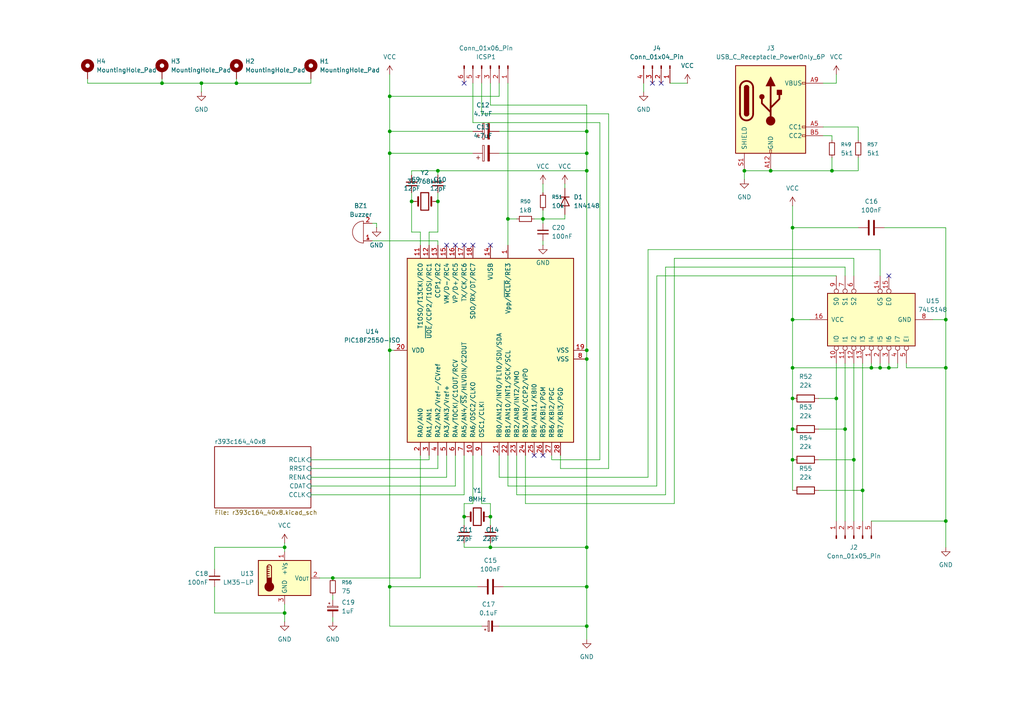
<source format=kicad_sch>
(kicad_sch (version 20250114) (generator "eeschema") (generator_version "9.0")
  (paper "A4")
  (title_block (title "r393c164_32x8") (date "2025-09-25") (rev "R1"))
  (lib_symbols
    (symbol "74xx:74LS148" (pin_names (offset 1.016))
      (property "Reference" "U" (at -7.62 13.97 0))
      (property "Value" "74LS148" (at -7.62 -13.97 0))
      (symbol "74LS148_1_0"
        (pin input inverted (at -12.7 10.16 0) (length 5.08) (name "IO") (number "10"))
        (pin input inverted (at -12.7 7.62 0) (length 5.08) (name "I1") (number "11"))
        (pin input inverted (at -12.7 5.08 0) (length 5.08) (name "I2") (number "12"))
        (pin input inverted (at -12.7 2.54 0) (length 5.08) (name "I3") (number "13"))
        (pin input inverted (at -12.7 0 0) (length 5.08) (name "I4") (number "1"))
        (pin input inverted (at -12.7 -2.54 0) (length 5.08) (name "I5") (number "2"))
        (pin input inverted (at -12.7 -5.08 0) (length 5.08) (name "I6") (number "3"))
        (pin input inverted (at -12.7 -7.62 0) (length 5.08) (name "I7") (number "4"))
        (pin input inverted (at -12.7 -10.16 0) (length 5.08) (name "EI") (number "5"))
        (pin power_in line (at 0 17.78 270) (length 5.08) (name "VCC") (number "16"))
        (pin power_in line (at 0 -17.78 90) (length 5.08) (name "GND") (number "8"))
        (pin output inverted (at 12.7 10.16 180) (length 5.08) (name "S0") (number "9"))
        (pin output inverted (at 12.7 7.62 180) (length 5.08) (name "S1") (number "7"))
        (pin output inverted (at 12.7 5.08 180) (length 5.08) (name "S2") (number "6"))
        (pin output inverted (at 12.7 -2.54 180) (length 5.08) (name "GS") (number "14"))
        (pin output inverted (at 12.7 -5.08 180) (length 5.08) (name "EO") (number "15"))
      )
      (symbol "74LS148_1_1"
        (rectangle (start -7.62 12.7) (end 7.62 -12.7) (stroke (width 0.254)) (fill (type background)))
      )
    )
    (symbol "Connector:Conn_01x04_Pin" (pin_names (offset 1.016) (hide yes))
      (property "Reference" "J" (at 0 5.08 0))
      (property "Value" "Conn_01x04_Pin" (at 0 -7.62 0))
      (symbol "Conn_01x04_Pin_1_1"
        (rectangle (start 0.8636 2.667) (end 0 2.413) (stroke (width 0.1524)) (fill (type outline)))
        (rectangle (start 0.8636 0.127) (end 0 -0.127) (stroke (width 0.1524)) (fill (type outline)))
        (rectangle (start 0.8636 -2.413) (end 0 -2.667) (stroke (width 0.1524)) (fill (type outline)))
        (rectangle (start 0.8636 -4.953) (end 0 -5.207) (stroke (width 0.1524)) (fill (type outline)))
        (polyline (pts (xy 1.27 2.54) (xy 0.8636 2.54)) (stroke (width 0.1524)))
        (polyline (pts (xy 1.27 0) (xy 0.8636 0)) (stroke (width 0.1524)))
        (polyline (pts (xy 1.27 -2.54) (xy 0.8636 -2.54)) (stroke (width 0.1524)))
        (polyline (pts (xy 1.27 -5.08) (xy 0.8636 -5.08)) (stroke (width 0.1524)))
        (pin passive line (at 5.08 2.54 180) (length 3.81) (name "Pin_1") (number "1"))
        (pin passive line (at 5.08 0 180) (length 3.81) (name "Pin_2") (number "2"))
        (pin passive line (at 5.08 -2.54 180) (length 3.81) (name "Pin_3") (number "3"))
        (pin passive line (at 5.08 -5.08 180) (length 3.81) (name "Pin_4") (number "4"))
      )
    )
    (symbol "Connector:Conn_01x05_Pin" (pin_names (offset 1.016) (hide yes))
      (property "Reference" "J" (at 0 7.62 0))
      (property "Value" "Conn_01x05_Pin" (at 0 -7.62 0))
      (symbol "Conn_01x05_Pin_1_1"
        (rectangle (start 0.8636 5.207) (end 0 4.953) (stroke (width 0.1524)) (fill (type outline)))
        (rectangle (start 0.8636 2.667) (end 0 2.413) (stroke (width 0.1524)) (fill (type outline)))
        (rectangle (start 0.8636 0.127) (end 0 -0.127) (stroke (width 0.1524)) (fill (type outline)))
        (rectangle (start 0.8636 -2.413) (end 0 -2.667) (stroke (width 0.1524)) (fill (type outline)))
        (rectangle (start 0.8636 -4.953) (end 0 -5.207) (stroke (width 0.1524)) (fill (type outline)))
        (polyline (pts (xy 1.27 5.08) (xy 0.8636 5.08)) (stroke (width 0.1524)))
        (polyline (pts (xy 1.27 2.54) (xy 0.8636 2.54)) (stroke (width 0.1524)))
        (polyline (pts (xy 1.27 0) (xy 0.8636 0)) (stroke (width 0.1524)))
        (polyline (pts (xy 1.27 -2.54) (xy 0.8636 -2.54)) (stroke (width 0.1524)))
        (polyline (pts (xy 1.27 -5.08) (xy 0.8636 -5.08)) (stroke (width 0.1524)))
        (pin passive line (at 5.08 5.08 180) (length 3.81) (name "Pin_1") (number "1"))
        (pin passive line (at 5.08 2.54 180) (length 3.81) (name "Pin_2") (number "2"))
        (pin passive line (at 5.08 0 180) (length 3.81) (name "Pin_3") (number "3"))
        (pin passive line (at 5.08 -2.54 180) (length 3.81) (name "Pin_4") (number "4"))
        (pin passive line (at 5.08 -5.08 180) (length 3.81) (name "Pin_5") (number "5"))
      )
    )
    (symbol "Connector:Conn_01x06_Pin" (pin_names (offset 1.016) (hide yes))
      (property "Reference" "J" (at 0 7.62 0))
      (property "Value" "Conn_01x06_Pin" (at 0 -10.16 0))
      (symbol "Conn_01x06_Pin_1_1"
        (rectangle (start 0.8636 5.207) (end 0 4.953) (stroke (width 0.1524)) (fill (type outline)))
        (rectangle (start 0.8636 2.667) (end 0 2.413) (stroke (width 0.1524)) (fill (type outline)))
        (rectangle (start 0.8636 0.127) (end 0 -0.127) (stroke (width 0.1524)) (fill (type outline)))
        (rectangle (start 0.8636 -2.413) (end 0 -2.667) (stroke (width 0.1524)) (fill (type outline)))
        (rectangle (start 0.8636 -4.953) (end 0 -5.207) (stroke (width 0.1524)) (fill (type outline)))
        (rectangle (start 0.8636 -7.493) (end 0 -7.747) (stroke (width 0.1524)) (fill (type outline)))
        (polyline (pts (xy 1.27 5.08) (xy 0.8636 5.08)) (stroke (width 0.1524)))
        (polyline (pts (xy 1.27 2.54) (xy 0.8636 2.54)) (stroke (width 0.1524)))
        (polyline (pts (xy 1.27 0) (xy 0.8636 0)) (stroke (width 0.1524)))
        (polyline (pts (xy 1.27 -2.54) (xy 0.8636 -2.54)) (stroke (width 0.1524)))
        (polyline (pts (xy 1.27 -5.08) (xy 0.8636 -5.08)) (stroke (width 0.1524)))
        (polyline (pts (xy 1.27 -7.62) (xy 0.8636 -7.62)) (stroke (width 0.1524)))
        (pin passive line (at 5.08 5.08 180) (length 3.81) (name "Pin_1") (number "1"))
        (pin passive line (at 5.08 2.54 180) (length 3.81) (name "Pin_2") (number "2"))
        (pin passive line (at 5.08 0 180) (length 3.81) (name "Pin_3") (number "3"))
        (pin passive line (at 5.08 -2.54 180) (length 3.81) (name "Pin_4") (number "4"))
        (pin passive line (at 5.08 -5.08 180) (length 3.81) (name "Pin_5") (number "5"))
        (pin passive line (at 5.08 -7.62 180) (length 3.81) (name "Pin_6") (number "6"))
      )
    )
    (symbol "Connector:USB_C_Receptacle_PowerOnly_6P" (pin_names (offset 1.016))
      (property "Reference" "J" (at 0 16.51 0))
      (property "Value" "USB_C_Receptacle_PowerOnly_6P" (at 0 13.97 0))
      (symbol "USB_C_Receptacle_PowerOnly_6P_0_0"
        (rectangle (start -0.254 -12.7) (end 0.254 -11.684))
        (rectangle (start 10.16 7.874) (end 9.144 7.366))
        (rectangle (start 10.16 -4.826) (end 9.144 -5.334))
        (rectangle (start 10.16 -7.366) (end 9.144 -7.874))
      )
      (symbol "USB_C_Receptacle_PowerOnly_6P_0_1"
        (rectangle (start -10.16 12.7) (end 10.16 -12.7) (stroke (width 0.254)) (fill (type background)))
        (polyline (pts (xy -8.89 -1.27) (xy -8.89 6.35)) (stroke (width 0.508)))
        (rectangle (start -7.62 -1.27) (end -6.35 6.35) (stroke (width 0.254)) (fill (type outline)))
        (arc (start -7.62 6.35) (mid -6.985 6.9823) (end -6.35 6.35) (stroke (width 0.254)))
        (arc (start -7.62 6.35) (mid -6.985 6.9823) (end -6.35 6.35) (stroke (width 0.254)) (fill (type outline)))
        (arc (start -8.89 6.35) (mid -6.985 8.2467) (end -5.08 6.35) (stroke (width 0.508)))
        (arc (start -5.08 -1.27) (mid -6.985 -3.1667) (end -8.89 -1.27) (stroke (width 0.508)))
        (arc (start -6.35 -1.27) (mid -6.985 -1.9023) (end -7.62 -1.27) (stroke (width 0.254)))
        (arc (start -6.35 -1.27) (mid -6.985 -1.9023) (end -7.62 -1.27) (stroke (width 0.254)) (fill (type outline)))
        (polyline (pts (xy -5.08 6.35) (xy -5.08 -1.27)) (stroke (width 0.508)))
        (circle (center -2.54 3.683) (radius 0.635) (stroke (width 0.254)) (fill (type outline)))
        (polyline (pts (xy -1.27 6.858) (xy 0 9.398) (xy 1.27 6.858) (xy -1.27 6.858)) (stroke (width 0.254)) (fill (type outline)))
        (polyline (pts (xy 0 0.508) (xy 2.54 3.048) (xy 2.54 4.318)) (stroke (width 0.508)))
        (polyline (pts (xy 0 -0.762) (xy -2.54 1.778) (xy -2.54 3.048)) (stroke (width 0.508)))
        (polyline (pts (xy 0 -3.302) (xy 0 6.858)) (stroke (width 0.508)))
        (circle (center 0 -3.302) (radius 1.27) (fill (type outline)))
        (rectangle (start 1.905 4.318) (end 3.175 5.588) (stroke (width 0.254)) (fill (type outline)))
      )
      (symbol "USB_C_Receptacle_PowerOnly_6P_1_1"
        (pin passive line (at -7.62 -17.78 90) (length 5.08) (name "SHIELD") (number "S1"))
        (pin passive line (at 0 -17.78 90) (length 5.08) (name "GND") (number "A12"))
        (pin passive line (at 0 -17.78 90) (length 5.08) (hide yes) (name "GND") (number "B12"))
        (pin passive line (at 15.24 7.62 180) (length 5.08) (name "VBUS") (number "A9"))
        (pin passive line (at 15.24 7.62 180) (length 5.08) (hide yes) (name "VBUS") (number "B9"))
        (pin bidirectional line (at 15.24 -5.08 180) (length 5.08) (name "CC1") (number "A5"))
        (pin bidirectional line (at 15.24 -7.62 180) (length 5.08) (name "CC2") (number "B5"))
      )
    )
    (symbol "Device:Buzzer" (pin_names (offset 0.0254) (hide yes))
      (property "Reference" "BZ" (at 3.81 1.27 0))
      (property "Value" "Buzzer" (at 3.81 -1.27 0))
      (symbol "Buzzer_0_1"
        (polyline (pts (xy -1.651 1.905) (xy -1.143 1.905)))
        (polyline (pts (xy -1.397 2.159) (xy -1.397 1.651)))
        (arc (start 0 3.175) (mid 3.1612 0) (end 0 -3.175))
        (polyline (pts (xy 0 3.175) (xy 0 -3.175)))
      )
      (symbol "Buzzer_1_1"
        (pin passive line (at -2.54 2.54 0) (length 2.54) (name "+") (number "1"))
        (pin passive line (at -2.54 -2.54 0) (length 2.54) (name "-") (number "2"))
      )
    )
    (symbol "Device:C" (pin_numbers (hide yes)) (pin_names (offset 0.254))
      (property "Reference" "C" (at 0.635 2.54 0))
      (property "Value" "C" (at 0.635 -2.54 0))
      (symbol "C_0_1"
        (polyline (pts (xy -2.032 0.762) (xy 2.032 0.762)) (stroke (width 0.508)))
        (polyline (pts (xy -2.032 -0.762) (xy 2.032 -0.762)) (stroke (width 0.508)))
      )
      (symbol "C_1_1"
        (pin passive line (at 0 3.81 270) (length 2.794) (name "~") (number "1"))
        (pin passive line (at 0 -3.81 90) (length 2.794) (name "~") (number "2"))
      )
    )
    (symbol "Device:C_Polarized" (pin_numbers (hide yes)) (pin_names (offset 0.254))
      (property "Reference" "C" (at 0.635 2.54 0))
      (property "Value" "C_Polarized" (at 0.635 -2.54 0))
      (symbol "C_Polarized_0_1"
        (rectangle (start -2.286 0.508) (end 2.286 1.016))
        (polyline (pts (xy -1.778 2.286) (xy -0.762 2.286)))
        (polyline (pts (xy -1.27 2.794) (xy -1.27 1.778)))
        (rectangle (start 2.286 -0.508) (end -2.286 -1.016) (fill (type outline)))
      )
      (symbol "C_Polarized_1_1"
        (pin passive line (at 0 3.81 270) (length 2.794) (name "~") (number "1"))
        (pin passive line (at 0 -3.81 90) (length 2.794) (name "~") (number "2"))
      )
    )
    (symbol "Device:C_Polarized_Small" (pin_numbers (hide yes)) (pin_names (offset 0.254) (hide yes))
      (property "Reference" "C" (at 0.254 1.778 0))
      (property "Value" "C_Polarized_Small" (at 0.254 -2.032 0))
      (symbol "C_Polarized_Small_0_1"
        (rectangle (start -1.524 0.6858) (end 1.524 0.3048))
        (rectangle (start -1.524 -0.3048) (end 1.524 -0.6858) (fill (type outline)))
        (polyline (pts (xy -1.27 1.524) (xy -0.762 1.524)))
        (polyline (pts (xy -1.016 1.27) (xy -1.016 1.778)))
      )
      (symbol "C_Polarized_Small_1_1"
        (pin passive line (at 0 2.54 270) (length 1.8542) (name "~") (number "1"))
        (pin passive line (at 0 -2.54 90) (length 1.8542) (name "~") (number "2"))
      )
    )
    (symbol "Device:C_Small" (pin_numbers (hide yes)) (pin_names (offset 0.254) (hide yes))
      (property "Reference" "C" (at 0.254 1.778 0))
      (property "Value" "C_Small" (at 0.254 -2.032 0))
      (symbol "C_Small_0_1"
        (polyline (pts (xy -1.524 0.508) (xy 1.524 0.508)) (stroke (width 0.3048)))
        (polyline (pts (xy -1.524 -0.508) (xy 1.524 -0.508)) (stroke (width 0.3302)))
      )
      (symbol "C_Small_1_1"
        (pin passive line (at 0 2.54 270) (length 2.032) (name "~") (number "1"))
        (pin passive line (at 0 -2.54 90) (length 2.032) (name "~") (number "2"))
      )
    )
    (symbol "Device:Crystal" (pin_numbers (hide yes)) (pin_names (offset 1.016) (hide yes))
      (property "Reference" "Y" (at 0 3.81 0))
      (property "Value" "Crystal" (at 0 -3.81 0))
      (symbol "Crystal_0_1"
        (polyline (pts (xy -2.54 0) (xy -1.905 0)))
        (polyline (pts (xy -1.905 -1.27) (xy -1.905 1.27)) (stroke (width 0.508)))
        (rectangle (start -1.143 2.54) (end 1.143 -2.54) (stroke (width 0.3048)))
        (polyline (pts (xy 1.905 -1.27) (xy 1.905 1.27)) (stroke (width 0.508)))
        (polyline (pts (xy 2.54 0) (xy 1.905 0)))
      )
      (symbol "Crystal_1_1"
        (pin passive line (at -3.81 0 0) (length 1.27) (name "1") (number "1"))
        (pin passive line (at 3.81 0 180) (length 1.27) (name "2") (number "2"))
      )
    )
    (symbol "Device:R" (pin_numbers (hide yes)) (pin_names (offset 0))
      (property "Reference" "R" (at 2.032 0 90))
      (property "Value" "R" (at 0 0 90))
      (symbol "R_0_1"
        (rectangle (start -1.016 -2.54) (end 1.016 2.54) (stroke (width 0.254)))
      )
      (symbol "R_1_1"
        (pin passive line (at 0 3.81 270) (length 1.27) (name "~") (number "1"))
        (pin passive line (at 0 -3.81 90) (length 1.27) (name "~") (number "2"))
      )
    )
    (symbol "Device:R_Small" (pin_numbers (hide yes)) (pin_names (offset 0.254) (hide yes))
      (property "Reference" "R" (at 0 0 90))
      (property "Value" "R_Small" (at 1.778 0 90))
      (symbol "R_Small_0_1"
        (rectangle (start -0.762 1.778) (end 0.762 -1.778) (stroke (width 0.2032)))
      )
      (symbol "R_Small_1_1"
        (pin passive line (at 0 2.54 270) (length 0.762) (name "~") (number "1"))
        (pin passive line (at 0 -2.54 90) (length 0.762) (name "~") (number "2"))
      )
    )
    (symbol "Diode:1N4148" (pin_numbers (hide yes)) (pin_names (hide yes))
      (property "Reference" "D" (at 0 2.54 0))
      (property "Value" "1N4148" (at 0 -2.54 0))
      (symbol "1N4148_0_1"
        (polyline (pts (xy -1.27 1.27) (xy -1.27 -1.27)) (stroke (width 0.254)))
        (polyline (pts (xy 1.27 1.27) (xy 1.27 -1.27) (xy -1.27 0) (xy 1.27 1.27)) (stroke (width 0.254)))
        (polyline (pts (xy 1.27 0) (xy -1.27 0)))
      )
      (symbol "1N4148_1_1"
        (pin passive line (at -3.81 0 0) (length 2.54) (name "K") (number "1"))
        (pin passive line (at 3.81 0 180) (length 2.54) (name "A") (number "2"))
      )
    )
    (symbol "MCU_Microchip_PIC18:PIC18F2550-ISO" (pin_names (offset 1.27))
      (property "Reference" "U" (at -25.4 25.4 0))
      (property "Value" "PIC18F2550-ISO" (at 16.51 -25.4 0))
      (symbol "PIC18F2550-ISO_0_1"
        (rectangle (start -26.67 24.13) (end 26.67 -24.13) (stroke (width 0.254)) (fill (type background)))
      )
      (symbol "PIC18F2550-ISO_1_1"
        (pin bidirectional line (at -30.48 20.32 0) (length 3.81) (name "RA0/AN0") (number "2"))
        (pin bidirectional line (at -30.48 17.78 0) (length 3.81) (name "RA1/AN1") (number "3"))
        (pin bidirectional line (at -30.48 15.24 0) (length 3.81) (name "RA2/AN2/Vref-/CVref") (number "4"))
        (pin bidirectional line (at -30.48 12.7 0) (length 3.81) (name "RA3/AN3/Vref+") (number "5"))
        (pin bidirectional line (at -30.48 10.16 0) (length 3.81) (name "RA4/T0CKI/C1OUT/RCV") (number "6"))
        (pin bidirectional line (at -30.48 7.62 0) (length 3.81) (name "RA5/AN4/~{SS}/HLVDIN/C2OUT") (number "7"))
        (pin output line (at -30.48 5.08 0) (length 3.81) (name "RA6/OSC2/CLKO") (number "10"))
        (pin input line (at -30.48 2.54 0) (length 3.81) (name "OSC1/CLKI") (number "9"))
        (pin bidirectional line (at -30.48 -2.54 0) (length 3.81) (name "RB0/AN12/INT0/FLT0/SDI/SDA") (number "21"))
        (pin bidirectional line (at -30.48 -5.08 0) (length 3.81) (name "RB1/AN10/INT1/SCK/SCL") (number "22"))
        (pin bidirectional line (at -30.48 -7.62 0) (length 3.81) (name "RB2/AN8/INT2/VMO") (number "23"))
        (pin bidirectional line (at -30.48 -10.16 0) (length 3.81) (name "RB3/AN9/CCP2/VPO") (number "24"))
        (pin bidirectional line (at -30.48 -12.7 0) (length 3.81) (name "RB4/AN11/KBI0") (number "25"))
        (pin bidirectional line (at -30.48 -15.24 0) (length 3.81) (name "RB5/KBI1/PGM") (number "26"))
        (pin bidirectional line (at -30.48 -17.78 0) (length 3.81) (name "RB6/KBI2/PGC") (number "27"))
        (pin bidirectional line (at -30.48 -20.32 0) (length 3.81) (name "RB7/KBI3/PGD") (number "28"))
        (pin power_in line (at -2.54 -27.94 90) (length 3.81) (name "VSS") (number "8"))
        (pin power_in line (at 0 27.94 270) (length 3.81) (name "VDD") (number "20"))
        (pin power_in line (at 0 -27.94 90) (length 3.81) (name "VSS") (number "19"))
        (pin bidirectional line (at 30.48 20.32 180) (length 3.81) (name "T1OSO/T13CKI/RC0") (number "11"))
        (pin bidirectional line (at 30.48 17.78 180) (length 3.81) (name "~{UOE}/CCP2/T1OSI/RC1") (number "12"))
        (pin bidirectional line (at 30.48 15.24 180) (length 3.81) (name "CCP1/RC2") (number "13"))
        (pin bidirectional line (at 30.48 12.7 180) (length 3.81) (name "VM/D-/RC4") (number "15"))
        (pin bidirectional line (at 30.48 10.16 180) (length 3.81) (name "VP/D+/RC5") (number "16"))
        (pin bidirectional line (at 30.48 7.62 180) (length 3.81) (name "TX/CK/RC6") (number "17"))
        (pin bidirectional line (at 30.48 5.08 180) (length 3.81) (name "SDO/RX/DT/RC7") (number "18"))
        (pin bidirectional line (at 30.48 0 180) (length 3.81) (name "VUSB") (number "14"))
        (pin input line (at 30.48 -5.08 180) (length 3.81) (name "Vpp/~{MCLR}/RE3") (number "1"))
      )
    )
    (symbol "Mechanical:MountingHole_Pad" (pin_numbers (hide yes)) (pin_names (offset 1.016) (hide yes)) (in_bom no)
      (property "Reference" "H" (at 0 6.35 0))
      (property "Value" "MountingHole_Pad" (at 0 4.445 0))
      (symbol "MountingHole_Pad_0_1"
        (circle (center 0 1.27) (radius 1.27) (stroke (width 1.27)))
      )
      (symbol "MountingHole_Pad_1_1"
        (pin input line (at 0 -2.54 90) (length 2.54) (name "1") (number "1"))
      )
    )
    (symbol "Sensor_Temperature:LM35-LP"
      (property "Reference" "U" (at -6.35 6.35 0))
      (property "Value" "LM35-LP" (at 1.27 6.35 0))
      (symbol "LM35-LP_0_1"
        (rectangle (start -7.62 5.08) (end 7.62 -5.08) (stroke (width 0.254)) (fill (type background)))
        (polyline (pts (xy -5.08 3.175) (xy -5.08 0)) (stroke (width 0.254)))
        (polyline (pts (xy -5.08 3.175) (xy -4.445 3.175)) (stroke (width 0.254)))
        (polyline (pts (xy -5.08 2.54) (xy -4.445 2.54)) (stroke (width 0.254)))
        (polyline (pts (xy -5.08 1.905) (xy -4.445 1.905)) (stroke (width 0.254)))
        (polyline (pts (xy -5.08 1.27) (xy -4.445 1.27)) (stroke (width 0.254)))
        (polyline (pts (xy -5.08 0.635) (xy -4.445 0.635)) (stroke (width 0.254)))
        (arc (start -5.08 3.175) (mid -4.445 3.8073) (end -3.81 3.175) (stroke (width 0.254)))
        (circle (center -4.445 -2.54) (radius 1.27) (stroke (width 0.254)) (fill (type outline)))
        (polyline (pts (xy -3.81 3.175) (xy -3.81 0)) (stroke (width 0.254)))
        (rectangle (start -3.81 -1.905) (end -5.08 0) (stroke (width 0.254)) (fill (type outline)))
      )
      (symbol "LM35-LP_1_1"
        (pin power_in line (at 0 7.62 270) (length 2.54) (name "+V_{S}") (number "1"))
        (pin power_in line (at 0 -7.62 90) (length 2.54) (name "GND") (number "3"))
        (pin output line (at 10.16 0 180) (length 2.54) (name "V_{OUT}") (number "2"))
      )
    )
    (symbol "power:GND" (power) (pin_numbers (hide yes)) (pin_names (offset 0) (hide yes))
      (property "Value" "GND" (at 0 -3.81 0))
      (symbol "GND_0_1"
        (polyline (pts (xy 0 0) (xy 0 -1.27) (xy 1.27 -1.27) (xy 0 -2.54) (xy -1.27 -1.27) (xy 0 -1.27)))
      )
      (symbol "GND_1_1"
        (pin power_in line (at 0 0 270) (length 0) (name "~") (number "1"))
      )
    )
    (symbol "power:VCC" (power) (pin_numbers (hide yes)) (pin_names (offset 0) (hide yes))
      (property "Value" "VCC" (at 0 3.556 0))
      (symbol "VCC_0_1"
        (polyline (pts (xy -0.762 1.27) (xy 0 2.54)))
        (polyline (pts (xy 0 2.54) (xy 0.762 1.27)))
        (polyline (pts (xy 0 0) (xy 0 2.54)))
      )
      (symbol "VCC_1_1"
        (pin power_in line (at 0 0 90) (length 0) (name "~") (number "1"))
      )
    )
  )
  (junction (at 127 58.42))
  (junction (at 147.32 63.5))
  (junction (at 170.18 104.14))
  (junction (at 68.58 24.13))
  (junction (at 257.81 106.68))
  (junction (at 142.24 158.75))
  (junction (at 127 49.53))
  (junction (at 252.73 106.68))
  (junction (at 250.19 142.24))
  (junction (at 170.18 170.18))
  (junction (at 113.03 44.45))
  (junction (at 142.24 149.86))
  (junction (at 170.18 44.45))
  (junction (at 157.48 63.5))
  (junction (at 170.18 181.61))
  (junction (at 170.18 101.6))
  (junction (at 229.87 92.71))
  (junction (at 82.55 158.75))
  (junction (at 229.87 133.35))
  (junction (at 223.52 49.53))
  (junction (at 170.18 38.1))
  (junction (at 170.18 158.75))
  (junction (at 82.55 177.8))
  (junction (at 274.32 106.68))
  (junction (at 229.87 124.46))
  (junction (at 134.62 149.86))
  (junction (at 170.18 49.53))
  (junction (at 113.03 170.18))
  (junction (at 215.9 49.53))
  (junction (at 245.11 124.46))
  (junction (at 113.03 38.1))
  (junction (at 247.65 133.35))
  (junction (at 274.32 92.71))
  (junction (at 58.42 24.13))
  (junction (at 113.03 27.94))
  (junction (at 229.87 115.57))
  (junction (at 113.03 101.6))
  (junction (at 242.57 115.57))
  (junction (at 229.87 66.04))
  (junction (at 229.87 106.68))
  (junction (at 241.3 49.53))
  (junction (at 119.38 58.42))
  (junction (at 46.99 24.13))
  (junction (at 255.27 106.68))
  (junction (at 96.52 167.64))
  (junction (at 274.32 151.13))
  (no_connect (at 137.16 71.12))
  (no_connect (at 189.23 24.13))
  (no_connect (at 154.94 132.08))
  (no_connect (at 129.54 71.12))
  (no_connect (at 132.08 71.12))
  (no_connect (at 134.62 24.13))
  (no_connect (at 134.62 71.12))
  (no_connect (at 191.77 24.13))
  (no_connect (at 142.24 71.12))
  (no_connect (at 157.48 132.08))
  (no_connect (at 257.81 80.01))
  (wire (pts (xy 157.48 69.85) (xy 157.48 71.12)))
  (wire (pts (xy 194.31 24.13) (xy 199.39 24.13)))
  (wire (pts (xy 132.08 140.97) (xy 90.17 140.97)))
  (wire (pts (xy 274.32 151.13) (xy 274.32 158.75)))
  (wire (pts (xy 262.89 106.68) (xy 274.32 106.68)))
  (wire (pts (xy 96.52 179.07) (xy 96.52 180.34)))
  (wire (pts (xy 121.92 67.31) (xy 119.38 67.31)))
  (wire (pts (xy 170.18 38.1) (xy 170.18 44.45)))
  (wire (pts (xy 132.08 132.08) (xy 132.08 140.97)))
  (wire (pts (xy 262.89 105.41) (xy 262.89 106.68)))
  (wire (pts (xy 149.86 132.08) (xy 149.86 143.51)))
  (wire (pts (xy 134.62 132.08) (xy 134.62 143.51)))
  (wire (pts (xy 142.24 24.13) (xy 142.24 30.48)))
  (wire (pts (xy 229.87 133.35) (xy 229.87 142.24)))
  (wire (pts (xy 157.48 53.34) (xy 157.48 55.88)))
  (wire (pts (xy 90.17 24.13) (xy 90.17 22.86)))
  (wire (pts (xy 242.57 115.57) (xy 242.57 151.13)))
  (wire (pts (xy 113.03 38.1) (xy 113.03 44.45)))
  (wire (pts (xy 144.78 181.61) (xy 170.18 181.61)))
  (wire (pts (xy 134.62 158.75) (xy 134.62 157.48)))
  (wire (pts (xy 190.5 140.97) (xy 147.32 140.97)))
  (wire (pts (xy 82.55 158.75) (xy 82.55 160.02)))
  (wire (pts (xy 229.87 66.04) (xy 248.92 66.04)))
  (wire (pts (xy 139.7 33.02) (xy 139.7 24.13)))
  (wire (pts (xy 139.7 146.05) (xy 142.24 146.05)))
  (wire (pts (xy 121.92 71.12) (xy 121.92 67.31)))
  (wire (pts (xy 144.78 44.45) (xy 170.18 44.45)))
  (wire (pts (xy 252.73 151.13) (xy 274.32 151.13)))
  (wire (pts (xy 92.71 167.64) (xy 96.52 167.64)))
  (wire (pts (xy 241.3 39.37) (xy 241.3 40.64)))
  (wire (pts (xy 137.16 35.56) (xy 137.16 24.13)))
  (wire (pts (xy 157.48 63.5) (xy 157.48 64.77)))
  (wire (pts (xy 274.32 106.68) (xy 274.32 151.13)))
  (wire (pts (xy 229.87 66.04) (xy 229.87 92.71)))
  (wire (pts (xy 124.46 67.31) (xy 124.46 71.12)))
  (wire (pts (xy 242.57 24.13) (xy 238.76 24.13)))
  (wire (pts (xy 173.99 133.35) (xy 173.99 35.56)))
  (wire (pts (xy 68.58 24.13) (xy 90.17 24.13)))
  (wire (pts (xy 162.56 132.08) (xy 162.56 135.89)))
  (wire (pts (xy 163.83 53.34) (xy 163.83 54.61)))
  (wire (pts (xy 270.51 92.71) (xy 274.32 92.71)))
  (wire (pts (xy 142.24 158.75) (xy 142.24 157.48)))
  (wire (pts (xy 195.58 146.05) (xy 152.4 146.05)))
  (wire (pts (xy 46.99 24.13) (xy 58.42 24.13)))
  (wire (pts (xy 147.32 140.97) (xy 147.32 132.08)))
  (wire (pts (xy 127 58.42) (xy 127 67.31)))
  (wire (pts (xy 68.58 22.86) (xy 68.58 24.13)))
  (wire (pts (xy 127 69.85) (xy 107.95 69.85)))
  (wire (pts (xy 252.73 106.68) (xy 229.87 106.68)))
  (wire (pts (xy 138.43 170.18) (xy 113.03 170.18)))
  (wire (pts (xy 149.86 143.51) (xy 193.04 143.51)))
  (wire (pts (xy 58.42 24.13) (xy 58.42 26.67)))
  (wire (pts (xy 238.76 39.37) (xy 241.3 39.37)))
  (wire (pts (xy 247.65 133.35) (xy 247.65 151.13)))
  (wire (pts (xy 157.48 63.5) (xy 157.48 60.96)))
  (wire (pts (xy 242.57 80.01) (xy 190.5 80.01)))
  (wire (pts (xy 124.46 133.35) (xy 90.17 133.35)))
  (wire (pts (xy 242.57 21.59) (xy 242.57 24.13)))
  (wire (pts (xy 250.19 105.41) (xy 250.19 142.24)))
  (wire (pts (xy 129.54 132.08) (xy 129.54 138.43)))
  (wire (pts (xy 170.18 44.45) (xy 170.18 49.53)))
  (wire (pts (xy 142.24 158.75) (xy 170.18 158.75)))
  (wire (pts (xy 255.27 106.68) (xy 252.73 106.68)))
  (wire (pts (xy 96.52 172.72) (xy 96.52 173.99)))
  (wire (pts (xy 229.87 115.57) (xy 229.87 124.46)))
  (wire (pts (xy 176.53 33.02) (xy 139.7 33.02)))
  (wire (pts (xy 193.04 77.47) (xy 245.11 77.47)))
  (wire (pts (xy 238.76 36.83) (xy 248.92 36.83)))
  (wire (pts (xy 245.11 105.41) (xy 245.11 124.46)))
  (wire (pts (xy 170.18 104.14) (xy 170.18 158.75)))
  (wire (pts (xy 257.81 106.68) (xy 255.27 106.68)))
  (wire (pts (xy 119.38 50.8) (xy 119.38 49.53)))
  (wire (pts (xy 245.11 77.47) (xy 245.11 80.01)))
  (wire (pts (xy 176.53 135.89) (xy 176.53 33.02)))
  (wire (pts (xy 260.35 106.68) (xy 257.81 106.68)))
  (wire (pts (xy 127 67.31) (xy 124.46 67.31)))
  (wire (pts (xy 245.11 124.46) (xy 245.11 151.13)))
  (wire (pts (xy 160.02 133.35) (xy 173.99 133.35)))
  (wire (pts (xy 274.32 66.04) (xy 256.54 66.04)))
  (wire (pts (xy 142.24 149.86) (xy 142.24 152.4)))
  (wire (pts (xy 250.19 142.24) (xy 250.19 151.13)))
  (wire (pts (xy 170.18 158.75) (xy 170.18 170.18)))
  (wire (pts (xy 163.83 62.23) (xy 163.83 63.5)))
  (wire (pts (xy 248.92 36.83) (xy 248.92 40.64)))
  (wire (pts (xy 113.03 21.59) (xy 113.03 27.94)))
  (wire (pts (xy 229.87 124.46) (xy 229.87 133.35)))
  (wire (pts (xy 82.55 157.48) (xy 82.55 158.75)))
  (wire (pts (xy 147.32 63.5) (xy 147.32 71.12)))
  (wire (pts (xy 142.24 146.05) (xy 142.24 149.86)))
  (wire (pts (xy 134.62 146.05) (xy 137.16 146.05)))
  (wire (pts (xy 46.99 22.86) (xy 46.99 24.13)))
  (wire (pts (xy 193.04 143.51) (xy 193.04 77.47)))
  (wire (pts (xy 190.5 80.01) (xy 190.5 140.97)))
  (wire (pts (xy 62.23 170.18) (xy 62.23 177.8)))
  (wire (pts (xy 187.96 138.43) (xy 187.96 72.39)))
  (wire (pts (xy 229.87 92.71) (xy 229.87 106.68)))
  (wire (pts (xy 62.23 165.1) (xy 62.23 158.75)))
  (wire (pts (xy 127 71.12) (xy 127 69.85)))
  (wire (pts (xy 58.42 24.13) (xy 68.58 24.13)))
  (wire (pts (xy 82.55 175.26) (xy 82.55 177.8)))
  (wire (pts (xy 119.38 67.31) (xy 119.38 58.42)))
  (wire (pts (xy 237.49 124.46) (xy 245.11 124.46)))
  (wire (pts (xy 127 135.89) (xy 90.17 135.89)))
  (wire (pts (xy 144.78 27.94) (xy 113.03 27.94)))
  (wire (pts (xy 163.83 63.5) (xy 157.48 63.5)))
  (wire (pts (xy 241.3 45.72) (xy 241.3 49.53)))
  (wire (pts (xy 127 49.53) (xy 127 50.8)))
  (wire (pts (xy 25.4 24.13) (xy 46.99 24.13)))
  (wire (pts (xy 248.92 49.53) (xy 241.3 49.53)))
  (wire (pts (xy 274.32 92.71) (xy 274.32 66.04)))
  (wire (pts (xy 142.24 30.48) (xy 170.18 30.48)))
  (wire (pts (xy 109.22 64.77) (xy 109.22 66.04)))
  (wire (pts (xy 82.55 177.8) (xy 82.55 180.34)))
  (wire (pts (xy 229.87 106.68) (xy 229.87 115.57)))
  (wire (pts (xy 241.3 49.53) (xy 223.52 49.53)))
  (wire (pts (xy 139.7 181.61) (xy 113.03 181.61)))
  (wire (pts (xy 144.78 24.13) (xy 144.78 27.94)))
  (wire (pts (xy 119.38 49.53) (xy 127 49.53)))
  (wire (pts (xy 134.62 143.51) (xy 90.17 143.51)))
  (wire (pts (xy 229.87 92.71) (xy 234.95 92.71)))
  (wire (pts (xy 215.9 49.53) (xy 215.9 52.07)))
  (wire (pts (xy 255.27 72.39) (xy 255.27 80.01)))
  (wire (pts (xy 113.03 27.94) (xy 113.03 38.1)))
  (wire (pts (xy 170.18 101.6) (xy 170.18 104.14)))
  (wire (pts (xy 62.23 158.75) (xy 82.55 158.75)))
  (wire (pts (xy 113.03 44.45) (xy 113.03 101.6)))
  (wire (pts (xy 247.65 80.01) (xy 247.65 74.93)))
  (wire (pts (xy 139.7 132.08) (xy 139.7 146.05)))
  (wire (pts (xy 129.54 138.43) (xy 90.17 138.43)))
  (wire (pts (xy 147.32 63.5) (xy 149.86 63.5)))
  (wire (pts (xy 186.69 24.13) (xy 186.69 26.67)))
  (wire (pts (xy 127 132.08) (xy 127 135.89)))
  (wire (pts (xy 170.18 170.18) (xy 170.18 181.61)))
  (wire (pts (xy 113.03 101.6) (xy 113.03 170.18)))
  (wire (pts (xy 119.38 55.88) (xy 119.38 58.42)))
  (wire (pts (xy 113.03 44.45) (xy 137.16 44.45)))
  (wire (pts (xy 134.62 158.75) (xy 142.24 158.75)))
  (wire (pts (xy 144.78 38.1) (xy 170.18 38.1)))
  (wire (pts (xy 147.32 24.13) (xy 147.32 63.5)))
  (wire (pts (xy 154.94 63.5) (xy 157.48 63.5)))
  (wire (pts (xy 170.18 30.48) (xy 170.18 38.1)))
  (wire (pts (xy 195.58 74.93) (xy 195.58 146.05)))
  (wire (pts (xy 170.18 49.53) (xy 170.18 101.6)))
  (wire (pts (xy 121.92 167.64) (xy 96.52 167.64)))
  (wire (pts (xy 127 49.53) (xy 170.18 49.53)))
  (wire (pts (xy 237.49 115.57) (xy 242.57 115.57)))
  (wire (pts (xy 248.92 45.72) (xy 248.92 49.53)))
  (wire (pts (xy 144.78 138.43) (xy 187.96 138.43)))
  (wire (pts (xy 137.16 132.08) (xy 137.16 146.05)))
  (wire (pts (xy 255.27 105.41) (xy 255.27 106.68)))
  (wire (pts (xy 215.9 49.53) (xy 223.52 49.53)))
  (wire (pts (xy 134.62 149.86) (xy 134.62 152.4)))
  (wire (pts (xy 237.49 142.24) (xy 250.19 142.24)))
  (wire (pts (xy 170.18 181.61) (xy 170.18 185.42)))
  (wire (pts (xy 160.02 132.08) (xy 160.02 133.35)))
  (wire (pts (xy 260.35 105.41) (xy 260.35 106.68)))
  (wire (pts (xy 124.46 132.08) (xy 124.46 133.35)))
  (wire (pts (xy 237.49 133.35) (xy 247.65 133.35)))
  (wire (pts (xy 152.4 146.05) (xy 152.4 132.08)))
  (wire (pts (xy 247.65 105.41) (xy 247.65 133.35)))
  (wire (pts (xy 173.99 35.56) (xy 137.16 35.56)))
  (wire (pts (xy 113.03 170.18) (xy 113.03 181.61)))
  (wire (pts (xy 187.96 72.39) (xy 255.27 72.39)))
  (wire (pts (xy 162.56 135.89) (xy 176.53 135.89)))
  (wire (pts (xy 257.81 105.41) (xy 257.81 106.68)))
  (wire (pts (xy 146.05 170.18) (xy 170.18 170.18)))
  (wire (pts (xy 242.57 105.41) (xy 242.57 115.57)))
  (wire (pts (xy 121.92 132.08) (xy 121.92 167.64)))
  (wire (pts (xy 25.4 24.13) (xy 25.4 22.86)))
  (wire (pts (xy 113.03 38.1) (xy 137.16 38.1)))
  (wire (pts (xy 107.95 64.77) (xy 109.22 64.77)))
  (wire (pts (xy 114.3 101.6) (xy 113.03 101.6)))
  (wire (pts (xy 247.65 74.93) (xy 195.58 74.93)))
  (wire (pts (xy 62.23 177.8) (xy 82.55 177.8)))
  (wire (pts (xy 127 55.88) (xy 127 58.42)))
  (wire (pts (xy 274.32 92.71) (xy 274.32 106.68)))
  (wire (pts (xy 229.87 59.69) (xy 229.87 66.04)))
  (wire (pts (xy 252.73 105.41) (xy 252.73 106.68)))
  (wire (pts (xy 144.78 132.08) (xy 144.78 138.43)))
  (wire (pts (xy 134.62 149.86) (xy 134.62 146.05)))
  (symbol (lib_id "Device:C_Polarized_Small") (at 142.24 181.61 90) (unit 1)
    (property "Reference" "C17" (at 141.6939 175.26 90))
    (property "Value" "0.1uF" (at 141.6939 177.8 90))
    (property "Footprint" "Capacitor_THT:CP_Radial_D4.0mm_P2.00mm" (effects (hide yes)))
    (property "Description" "Polarized capacitor, small symbol" (effects (hide yes)))
  )
  (symbol (lib_id "Device:R_Small") (at 157.48 58.42 180) (unit 1)
    (property "Reference" "R51" (at 160.02 57.1499 0) (effects (font (size 1.016 1.016)) (justify right)))
    (property "Value" "10k" (at 160.02 59.6899 0) (effects (justify right)))
    (property "Footprint" "Resistor_SMD:R_0805_2012Metric_Pad1.20x1.40mm_HandSolder" (effects (hide yes)))
    (property "Description" "Resistor, small symbol" (effects (hide yes)))
  )
  (symbol (lib_id "Mechanical:MountingHole_Pad") (at 25.4 20.32 0) (unit 1) (in_bom no)
    (property "Reference" "H4" (at 27.94 17.7799 0) (effects (justify left)))
    (property "Value" "MountingHole_Pad" (at 27.94 20.3199 0) (effects (justify left)))
    (property "Footprint" "MountingHole:MountingHole_3.2mm_M3_Pad_Via" (effects (hide yes)))
    (property "Description" "Mounting Hole with connection" (effects (hide yes)))
  )
  (symbol (lib_id "power:GND") (at 186.69 26.67 0) (unit 1)
    (property "Reference" "#PWR032" (effects (hide yes)))
    (property "Value" "GND" (at 186.69 31.75 0))
    (property "Description" "Power symbol creates a global label with name \"GND\" , ground" (effects (hide yes)))
  )
  (symbol (lib_id "power:VCC") (at 157.48 53.34 0) (unit 1)
    (property "Reference" "#PWR028" (effects (hide yes)))
    (property "Value" "VCC" (at 157.48 48.26 0))
    (property "Description" "Power symbol creates a global label with name \"VCC\"" (effects (hide yes)))
  )
  (symbol (lib_id "Connector:Conn_01x06_Pin") (at 142.24 19.05 270) (unit 1)
    (property "Reference" "ICSP1" (at 140.97 16.51 90))
    (property "Value" "Conn_01x06_Pin" (at 140.97 13.97 90))
    (property "Footprint" "Connector_PinHeader_2.54mm:PinHeader_1x06_P2.54mm_Horizontal" (effects (hide yes)))
    (property "Description" "Generic connector, single row, 01x06, script generated" (effects (hide yes)))
  )
  (symbol (lib_id "power:GND") (at 58.42 26.67 0) (unit 1)
    (property "Reference" "#PWR039" (effects (hide yes)))
    (property "Value" "GND" (at 58.42 31.75 0))
    (property "Description" "Power symbol creates a global label with name \"GND\" , ground" (effects (hide yes)))
  )
  (symbol (lib_id "Device:R") (at 233.68 124.46 90) (unit 1)
    (property "Reference" "R53" (at 233.68 118.11 90))
    (property "Value" "22k" (at 233.68 120.65 90))
    (property "Footprint" "Resistor_SMD:R_0805_2012Metric_Pad1.20x1.40mm_HandSolder" (effects (hide yes)))
    (property "Description" "Resistor" (effects (hide yes)))
  )
  (symbol (lib_id "Mechanical:MountingHole_Pad") (at 46.99 20.32 0) (unit 1) (in_bom no)
    (property "Reference" "H3" (at 49.53 17.7799 0) (effects (justify left)))
    (property "Value" "MountingHole_Pad" (at 49.53 20.3199 0) (effects (justify left)))
    (property "Footprint" "MountingHole:MountingHole_3.2mm_M3_Pad_Via" (effects (hide yes)))
    (property "Description" "Mounting Hole with connection" (effects (hide yes)))
  )
  (symbol (lib_id "Sensor_Temperature:LM35-LP") (at 82.55 167.64 0) (unit 1)
    (property "Reference" "U13" (at 73.66 166.3699 0) (effects (justify right)))
    (property "Value" "LM35-LP" (at 73.66 168.9099 0) (effects (justify right)))
    (property "Footprint" "Package_TO_SOT_THT:TO-92_Inline" (effects (hide yes)))
    (property "Datasheet" "http://www.ti.com/lit/ds/symlink/lm35.pdf" (effects (hide yes)))
    (property "Description" "Precision centigrade temperature sensor, TO-92" (effects (hide yes)))
  )
  (symbol (lib_id "Mechanical:MountingHole_Pad") (at 68.58 20.32 0) (unit 1) (in_bom no)
    (property "Reference" "H2" (at 71.12 17.7799 0) (effects (justify left)))
    (property "Value" "MountingHole_Pad" (at 71.12 20.3199 0) (effects (justify left)))
    (property "Footprint" "MountingHole:MountingHole_3.2mm_M3_Pad_Via" (effects (hide yes)))
    (property "Description" "Mounting Hole with connection" (effects (hide yes)))
  )
  (symbol (lib_id "Device:R_Small") (at 152.4 63.5 90) (unit 1)
    (property "Reference" "R50" (at 152.4 58.42 90) (effects (font (size 1.016 1.016))))
    (property "Value" "1k8" (at 152.4 60.96 90))
    (property "Footprint" "Resistor_SMD:R_0805_2012Metric_Pad1.20x1.40mm_HandSolder" (effects (hide yes)))
    (property "Description" "Resistor, small symbol" (effects (hide yes)))
  )
  (symbol (lib_id "Device:C") (at 252.73 66.04 90) (unit 1)
    (property "Reference" "C16" (at 252.73 58.42 90))
    (property "Value" "100nF" (at 252.73 60.96 90))
    (property "Footprint" "Capacitor_SMD:C_1206_3216Metric_Pad1.33x1.80mm_HandSolder" (effects (hide yes)))
    (property "Description" "Unpolarized capacitor" (effects (hide yes)))
  )
  (symbol (lib_id "Device:R") (at 233.68 115.57 90) (unit 1)
    (property "Reference" "R52" (at 233.68 109.22 90))
    (property "Value" "22k" (at 233.68 111.76 90))
    (property "Footprint" "Resistor_SMD:R_0805_2012Metric_Pad1.20x1.40mm_HandSolder" (effects (hide yes)))
    (property "Description" "Resistor" (effects (hide yes)))
  )
  (symbol (lib_id "Mechanical:MountingHole_Pad") (at 90.17 20.32 0) (unit 1) (in_bom no)
    (property "Reference" "H1" (at 92.71 17.7799 0) (effects (justify left)))
    (property "Value" "MountingHole_Pad" (at 92.71 20.3199 0) (effects (justify left)))
    (property "Footprint" "MountingHole:MountingHole_3.2mm_M3_Pad_Via" (effects (hide yes)))
    (property "Description" "Mounting Hole with connection" (effects (hide yes)))
  )
  (symbol (lib_id "74xx:74LS148") (at 252.73 92.71 90) (unit 1)
    (property "Reference" "U15" (at 270.51 87.2646 90))
    (property "Value" "74LS148" (at 270.51 89.8046 90))
    (property "Footprint" "Package_SO:SOIC-16_3.9x9.9mm_P1.27mm" (effects (hide yes)))
    (property "Datasheet" "http://www.ti.com/lit/gpn/sn74LS148" (effects (hide yes)))
    (property "Description" "Priority Encoder 3 to 8 cascadable" (effects (hide yes)))
  )
  (symbol (lib_id "power:GND") (at 82.55 180.34 0) (unit 1)
    (property "Reference" "#PWR026" (effects (hide yes)))
    (property "Value" "GND" (at 82.55 185.42 0))
    (property "Description" "Power symbol creates a global label with name \"GND\" , ground" (effects (hide yes)))
  )
  (symbol (lib_id "Device:C_Small") (at 119.38 53.34 0) (unit 1)
    (property "Reference" "C9" (at 121.92 52.0762 0) (effects (justify right)))
    (property "Value" "12pF" (at 121.92 54.6162 0) (effects (justify right)))
    (property "Footprint" "Capacitor_SMD:C_1206_3216Metric_Pad1.33x1.80mm_HandSolder" (effects (hide yes)))
    (property "Description" "Unpolarized capacitor, small symbol" (effects (hide yes)))
  )
  (symbol (lib_id "Connector:Conn_01x05_Pin") (at 247.65 156.21 90) (unit 1)
    (property "Reference" "J2" (at 247.65 158.75 90))
    (property "Value" "Conn_01x05_Pin" (at 247.65 161.29 90))
    (property "Footprint" "Connector_PinHeader_2.54mm:PinHeader_1x05_P2.54mm_Vertical" (effects (hide yes)))
    (property "Description" "Generic connector, single row, 01x05, script generated" (effects (hide yes)))
  )
  (symbol (lib_id "Device:Crystal") (at 123.19 58.42 0) (unit 1)
    (property "Reference" "Y2" (at 123.19 50.8 0) (effects (justify bottom)))
    (property "Value" "32.768kHz" (at 123.19 53.34 0) (effects (justify bottom)))
    (property "Footprint" "Crystal:Crystal_C26-LF_D2.1mm_L6.5mm_Vertical" (effects (hide yes)))
    (property "Description" "Two pin crystal" (effects (hide yes)))
  )
  (symbol (lib_id "power:VCC") (at 229.87 59.69 0) (unit 1)
    (property "Reference" "#PWR034" (effects (hide yes)))
    (property "Value" "VCC" (at 229.87 54.61 0))
    (property "Description" "Power symbol creates a global label with name \"VCC\"" (effects (hide yes)))
  )
  (symbol (lib_id "Device:R") (at 233.68 133.35 90) (unit 1)
    (property "Reference" "R54" (at 233.68 127 90))
    (property "Value" "22k" (at 233.68 129.54 90))
    (property "Footprint" "Resistor_SMD:R_0805_2012Metric_Pad1.20x1.40mm_HandSolder" (effects (hide yes)))
    (property "Description" "Resistor" (effects (hide yes)))
  )
  (symbol (lib_id "Device:C_Small") (at 134.62 154.94 0) (unit 1)
    (property "Reference" "C11" (at 137.16 153.6762 0) (effects (justify right)))
    (property "Value" "22pF" (at 137.16 156.2162 0) (effects (justify right)))
    (property "Footprint" "Capacitor_SMD:C_1206_3216Metric_Pad1.33x1.80mm_HandSolder" (effects (hide yes)))
    (property "Description" "Unpolarized capacitor, small symbol" (effects (hide yes)))
  )
  (symbol (lib_id "Device:R") (at 233.68 142.24 90) (unit 1)
    (property "Reference" "R55" (at 233.68 135.89 90))
    (property "Value" "22k" (at 233.68 138.43 90))
    (property "Footprint" "Resistor_SMD:R_0805_2012Metric_Pad1.20x1.40mm_HandSolder" (effects (hide yes)))
    (property "Description" "Resistor" (effects (hide yes)))
  )
  (symbol (lib_id "Device:C_Polarized") (at 140.97 44.45 90) (unit 1)
    (property "Reference" "C13" (at 140.081 36.83 90))
    (property "Value" "4.7uF" (at 140.081 39.37 90))
    (property "Footprint" "Capacitor_THT:CP_Radial_D4.0mm_P2.00mm" (effects (hide yes)))
    (property "Description" "Polarized capacitor" (effects (hide yes)))
  )
  (symbol (lib_id "power:GND") (at 96.52 180.34 0) (unit 1)
    (property "Reference" "#PWR036" (effects (hide yes)))
    (property "Value" "GND" (at 96.52 185.42 0))
    (property "Description" "Power symbol creates a global label with name \"GND\" , ground" (effects (hide yes)))
  )
  (symbol (lib_id "power:VCC") (at 199.39 24.13 0) (unit 1)
    (property "Reference" "#PWR033" (effects (hide yes)))
    (property "Value" "VCC" (at 199.39 19.05 0))
    (property "Description" "Power symbol creates a global label with name \"VCC\"" (effects (hide yes)))
  )
  (symbol (lib_id "Connector:Conn_01x04_Pin") (at 191.77 19.05 270) (unit 1)
    (property "Reference" "J4" (at 190.5 13.97 90))
    (property "Value" "Conn_01x04_Pin" (at 190.5 16.51 90))
    (property "Footprint" "Connector_PinHeader_2.54mm:PinHeader_1x04_P2.54mm_Vertical" (effects (hide yes)))
    (property "Description" "Generic connector, single row, 01x04, script generated" (effects (hide yes)))
  )
  (symbol (lib_id "power:GND") (at 109.22 66.04 0) (unit 1)
    (property "Reference" "#PWR024" (effects (hide yes)))
    (property "Value" "GND" (at 109.22 71.12 0))
    (property "Description" "Power symbol creates a global label with name \"GND\" , ground" (effects (hide yes)))
  )
  (symbol (lib_id "power:VCC") (at 82.55 157.48 0) (unit 1)
    (property "Reference" "#PWR025" (effects (hide yes)))
    (property "Value" "VCC" (at 82.55 152.4 0))
    (property "Description" "Power symbol creates a global label with name \"VCC\"" (effects (hide yes)))
  )
  (symbol (lib_id "power:VCC") (at 242.57 21.59 0) (unit 1)
    (property "Reference" "#PWR038" (effects (hide yes)))
    (property "Value" "VCC" (at 242.57 16.51 0))
    (property "Description" "Power symbol creates a global label with name \"VCC\"" (effects (hide yes)))
  )
  (symbol (lib_id "power:GND") (at 170.18 185.42 0) (unit 1)
    (property "Reference" "#PWR031" (effects (hide yes)))
    (property "Value" "GND" (at 170.18 190.5 0))
    (property "Description" "Power symbol creates a global label with name \"GND\" , ground" (effects (hide yes)))
  )
  (symbol (lib_id "power:GND") (at 157.48 71.12 0) (unit 1)
    (property "Reference" "#PWR029" (effects (hide yes)))
    (property "Value" "GND" (at 157.48 76.2 0))
    (property "Description" "Power symbol creates a global label with name \"GND\" , ground" (effects (hide yes)))
  )
  (symbol (lib_id "Device:Crystal") (at 138.43 149.86 0) (unit 1)
    (property "Reference" "Y1" (at 138.43 142.24 0))
    (property "Value" "8MHz" (at 138.43 144.78 0))
    (property "Footprint" "Crystal:Crystal_HC18-U_Vertical" (effects (hide yes)))
    (property "Description" "Two pin crystal" (effects (hide yes)))
  )
  (symbol (lib_id "power:GND") (at 274.32 158.75 0) (unit 1)
    (property "Reference" "#PWR035" (effects (hide yes)))
    (property "Value" "GND" (at 274.32 163.83 0))
    (property "Description" "Power symbol creates a global label with name \"GND\" , ground" (effects (hide yes)))
  )
  (symbol (lib_id "Device:C_Small") (at 142.24 154.94 0) (unit 1)
    (property "Reference" "C14" (at 144.78 153.6762 0) (effects (justify right)))
    (property "Value" "22pF" (at 144.78 156.2162 0) (effects (justify right)))
    (property "Footprint" "Capacitor_SMD:C_1206_3216Metric_Pad1.33x1.80mm_HandSolder" (effects (hide yes)))
    (property "Description" "Unpolarized capacitor, small symbol" (effects (hide yes)))
  )
  (symbol (lib_id "Device:C_Small") (at 157.48 67.31 180) (unit 1)
    (property "Reference" "C20" (at 160.02 66.0335 0) (effects (justify right)))
    (property "Value" "100nF" (at 160.02 68.5735 0) (effects (justify right)))
    (property "Footprint" "Capacitor_SMD:C_1206_3216Metric_Pad1.33x1.80mm_HandSolder" (effects (hide yes)))
    (property "Description" "Unpolarized capacitor, small symbol" (effects (hide yes)))
  )
  (symbol (lib_id "Device:C_Polarized_Small") (at 96.52 176.53 0) (unit 1)
    (property "Reference" "C19" (at 99.06 174.7138 0) (effects (justify left)))
    (property "Value" "1uF" (at 99.06 177.2538 0) (effects (justify left)))
    (property "Footprint" "Capacitor_THT:CP_Radial_D4.0mm_P2.00mm" (effects (hide yes)))
    (property "Description" "Polarized capacitor, small symbol" (effects (hide yes)))
  )
  (symbol (lib_id "Device:C") (at 142.24 170.18 90) (unit 1)
    (property "Reference" "C15" (at 142.24 162.56 90))
    (property "Value" "100nF" (at 142.24 165.1 90))
    (property "Footprint" "Capacitor_SMD:C_1206_3216Metric_Pad1.33x1.80mm_HandSolder" (effects (hide yes)))
    (property "Description" "Unpolarized capacitor" (effects (hide yes)))
  )
  (symbol (lib_id "Device:R_Small") (at 96.52 170.18 0) (unit 1)
    (property "Reference" "R56" (at 99.06 168.9099 0) (effects (font (size 1.016 1.016)) (justify left)))
    (property "Value" "75" (at 99.06 171.4499 0) (effects (justify left)))
    (property "Footprint" "Resistor_SMD:R_0805_2012Metric_Pad1.20x1.40mm_HandSolder" (effects (hide yes)))
    (property "Description" "Resistor, small symbol" (effects (hide yes)))
  )
  (symbol (lib_id "Device:C_Small") (at 62.23 167.64 0) (unit 1)
    (property "Reference" "C18" (at 60.452 166.37 0) (effects (justify right)))
    (property "Value" "100nF" (at 60.452 168.91 0) (effects (justify right)))
    (property "Footprint" "Capacitor_SMD:C_1206_3216Metric_Pad1.33x1.80mm_HandSolder" (effects (hide yes)))
    (property "Description" "Unpolarized capacitor, small symbol" (effects (hide yes)))
  )
  (symbol (lib_id "Connector:USB_C_Receptacle_PowerOnly_6P") (at 223.52 31.75 0) (unit 1)
    (property "Reference" "J3" (at 223.52 13.97 0))
    (property "Value" "USB_C_Receptacle_PowerOnly_6P" (at 223.52 16.51 0))
    (property "Footprint" "Connector_USB:USB_C_Receptacle_GCT_USB4125-xx-x-0190_6P_TopMnt_Horizontal" (effects (hide yes)))
    (property "Datasheet" "https://www.usb.org/sites/default/files/documents/usb_type-c.zip" (effects (hide yes)))
    (property "Description" "USB Power-Only 6P Type-C Receptacle connector" (effects (hide yes)))
  )
  (symbol (lib_id "Device:Buzzer") (at 105.41 67.31 180) (unit 1)
    (property "Reference" "BZ1" (at 104.6549 59.69 0))
    (property "Value" "Buzzer" (at 104.6549 62.23 0))
    (property "Footprint" "Buzzer_Beeper:Buzzer_12x9.5RM7.6" (effects (hide yes)))
    (property "Description" "Buzzer, polarized" (effects (hide yes)))
  )
  (symbol (lib_id "power:VCC") (at 163.83 53.34 0) (unit 1)
    (property "Reference" "#PWR030" (effects (hide yes)))
    (property "Value" "VCC" (at 163.83 48.26 0))
    (property "Description" "Power symbol creates a global label with name \"VCC\"" (effects (hide yes)))
  )
  (symbol (lib_id "Device:C_Polarized") (at 140.97 38.1 90) (unit 1)
    (property "Reference" "C12" (at 140.081 30.48 90))
    (property "Value" "4.7uF" (at 140.081 33.02 90))
    (property "Footprint" "Capacitor_THT:CP_Radial_D4.0mm_P2.00mm" (effects (hide yes)))
    (property "Description" "Polarized capacitor" (effects (hide yes)))
  )
  (symbol (lib_id "Device:C_Small") (at 127 53.34 0) (unit 1)
    (property "Reference" "C10" (at 129.54 52.0762 0) (effects (justify right)))
    (property "Value" "12pF" (at 129.54 54.6162 0) (effects (justify right)))
    (property "Footprint" "Capacitor_SMD:C_1206_3216Metric_Pad1.33x1.80mm_HandSolder" (effects (hide yes)))
    (property "Description" "Unpolarized capacitor, small symbol" (effects (hide yes)))
  )
  (symbol (lib_id "Device:R_Small") (at 241.3 43.18 0) (unit 1)
    (property "Reference" "R49" (at 243.84 41.9099 0) (effects (font (size 1.016 1.016)) (justify left)))
    (property "Value" "5k1" (at 243.84 44.4499 0) (effects (justify left)))
    (property "Footprint" "Resistor_SMD:R_0603_1608Metric_Pad0.98x0.95mm_HandSolder" (effects (hide yes)))
    (property "Description" "Resistor, small symbol" (effects (hide yes)))
  )
  (symbol (lib_id "Diode:1N4148") (at 163.83 58.42 270) (unit 1)
    (property "Reference" "D1" (at 166.37 57.1499 90) (effects (justify left)))
    (property "Value" "1N4148" (at 166.37 59.6899 90) (effects (justify left)))
    (property "Footprint" "Diode_THT:D_DO-35_SOD27_P7.62mm_Horizontal" (effects (hide yes)))
    (property "Datasheet" "https://assets.nexperia.com/documents/data-sheet/1N4148_1N4448.pdf" (effects (hide yes)))
    (property "Description" "100V 0.15A standard switching diode, DO-35" (effects (hide yes)))
    (property "Sim.Device" "D" (effects (hide yes)))
    (property "Sim.Pins" "1=K 2=A" (effects (hide yes)))
  )
  (symbol (lib_id "Device:R_Small") (at 248.92 43.18 0) (unit 1)
    (property "Reference" "R57" (at 251.46 41.9099 0) (effects (font (size 1.016 1.016)) (justify left)))
    (property "Value" "5k1" (at 251.46 44.4499 0) (effects (justify left)))
    (property "Footprint" "Resistor_SMD:R_0603_1608Metric_Pad0.98x0.95mm_HandSolder" (effects (hide yes)))
    (property "Description" "Resistor, small symbol" (effects (hide yes)))
  )
  (symbol (lib_id "power:VCC") (at 113.03 21.59 0) (unit 1)
    (property "Reference" "#PWR027" (effects (hide yes)))
    (property "Value" "VCC" (at 113.03 16.51 0))
    (property "Description" "Power symbol creates a global label with name \"VCC\"" (effects (hide yes)))
  )
  (symbol (lib_id "MCU_Microchip_PIC18:PIC18F2550-ISO") (at 142.24 101.6 90) (unit 1)
    (property "Reference" "U14" (at 107.95 96.1546 90))
    (property "Value" "PIC18F2550-ISO" (at 107.95 98.6946 90))
    (property "Footprint" "Package_SO:SOIC-28W_7.5x17.9mm_P1.27mm" (effects (hide yes)))
    (property "Datasheet" "http://ww1.microchip.com/downloads/en/devicedoc/39632c.pdf" (effects (hide yes)))
    (property "Description" "32K Flash, 2K SRAM, 256 EEPROM, USB, nanoWatt XLP, SOIC28" (effects (hide yes)))
  )
  (symbol (lib_id "power:GND") (at 215.9 52.07 0) (unit 1)
    (property "Reference" "#PWR037" (effects (hide yes)))
    (property "Value" "GND" (at 215.9 57.15 0))
    (property "Description" "Power symbol creates a global label with name \"GND\" , ground" (effects (hide yes)))
  )
  (sheet (at 62.23 129.54) (size 27.94 17.78) (stroke (width 0.1524))
    (property "Sheetname" "r393c164_40x8" (at 62.23 128.8284 0) (effects (justify left bottom)))
    (property "Sheetfile" "r393c164_40x8.kicad_sch" (at 62.23 147.9046 0) (effects (justify left top)))
    (pin "CCLK" input (at 90.17 143.51 0))
    (pin "RENA" input (at 90.17 138.43 0))
    (pin "RCLK" input (at 90.17 133.35 0))
    (pin "CDAT" input (at 90.17 140.97 0))
    (pin "RRST" input (at 90.17 135.89 0))
  )
)
</source>
